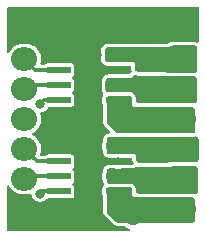
<source format=gbr>
%TF.GenerationSoftware,KiCad,Pcbnew,8.0.4*%
%TF.CreationDate,2024-09-16T17:08:10-03:00*%
%TF.ProjectId,PCBWay-Module_TB67H450FNG,50434257-6179-42d4-9d6f-64756c655f54,rev?*%
%TF.SameCoordinates,Original*%
%TF.FileFunction,Copper,L1,Top*%
%TF.FilePolarity,Positive*%
%FSLAX46Y46*%
G04 Gerber Fmt 4.6, Leading zero omitted, Abs format (unit mm)*
G04 Created by KiCad (PCBNEW 8.0.4) date 2024-09-16 17:08:10*
%MOMM*%
%LPD*%
G01*
G04 APERTURE LIST*
G04 Aperture macros list*
%AMRoundRect*
0 Rectangle with rounded corners*
0 $1 Rounding radius*
0 $2 $3 $4 $5 $6 $7 $8 $9 X,Y pos of 4 corners*
0 Add a 4 corners polygon primitive as box body*
4,1,4,$2,$3,$4,$5,$6,$7,$8,$9,$2,$3,0*
0 Add four circle primitives for the rounded corners*
1,1,$1+$1,$2,$3*
1,1,$1+$1,$4,$5*
1,1,$1+$1,$6,$7*
1,1,$1+$1,$8,$9*
0 Add four rect primitives between the rounded corners*
20,1,$1+$1,$2,$3,$4,$5,0*
20,1,$1+$1,$4,$5,$6,$7,0*
20,1,$1+$1,$6,$7,$8,$9,0*
20,1,$1+$1,$8,$9,$2,$3,0*%
G04 Aperture macros list end*
%TA.AperFunction,SMDPad,CuDef*%
%ADD10RoundRect,0.040600X-0.944400X-0.249400X0.944400X-0.249400X0.944400X0.249400X-0.944400X0.249400X0*%
%TD*%
%TA.AperFunction,SMDPad,CuDef*%
%ADD11R,2.285000X2.285000*%
%TD*%
%TA.AperFunction,SMDPad,CuDef*%
%ADD12RoundRect,0.250000X0.475000X-0.250000X0.475000X0.250000X-0.475000X0.250000X-0.475000X-0.250000X0*%
%TD*%
%TA.AperFunction,ComponentPad*%
%ADD13C,1.600000*%
%TD*%
%TA.AperFunction,ComponentPad*%
%ADD14R,2.200000X2.000000*%
%TD*%
%TA.AperFunction,ComponentPad*%
%ADD15O,2.200000X2.000000*%
%TD*%
%TA.AperFunction,ViaPad*%
%ADD16C,0.650000*%
%TD*%
%TA.AperFunction,ViaPad*%
%ADD17C,0.800000*%
%TD*%
%TA.AperFunction,Conductor*%
%ADD18C,0.304800*%
%TD*%
G04 APERTURE END LIST*
D10*
%TO.P,IC2,1,GND*%
%TO.N,GND*%
X108600000Y-106310000D03*
%TO.P,IC2,2,IN2*%
%TO.N,/IN_B2*%
X108600000Y-107580000D03*
%TO.P,IC2,3,IN1*%
%TO.N,/IN_B1*%
X108600000Y-108850000D03*
%TO.P,IC2,4,VREF*%
%TO.N,/VREF*%
X108600000Y-110120000D03*
%TO.P,IC2,5,VM*%
%TO.N,/VM*%
X113540000Y-110120000D03*
%TO.P,IC2,6,OUT1*%
%TO.N,/OUT_B1*%
X113540000Y-108850000D03*
%TO.P,IC2,7,RS*%
%TO.N,GND*%
X113540000Y-107580000D03*
%TO.P,IC2,8,OUT2*%
%TO.N,/OUT_B2*%
X113540000Y-106310000D03*
D11*
%TO.P,IC2,9,EP*%
%TO.N,GND*%
X111070000Y-108215000D03*
%TD*%
D12*
%TO.P,C2,1*%
%TO.N,/OUT_A1*%
X116600000Y-116550000D03*
%TO.P,C2,2*%
%TO.N,/OUT_A2*%
X116600000Y-114650000D03*
%TD*%
D13*
%TO.P,C3,1*%
%TO.N,/VM*%
X114850000Y-119950000D03*
%TO.P,C3,2*%
%TO.N,GND*%
X109850000Y-119950000D03*
%TD*%
D12*
%TO.P,C1,1*%
%TO.N,/OUT_B1*%
X116700000Y-108850000D03*
%TO.P,C1,2*%
%TO.N,/OUT_B2*%
X116700000Y-106950000D03*
%TD*%
D10*
%TO.P,IC1,1,GND*%
%TO.N,GND*%
X108600000Y-114050000D03*
%TO.P,IC1,2,IN2*%
%TO.N,/IN_A2*%
X108600000Y-115320000D03*
%TO.P,IC1,3,IN1*%
%TO.N,/IN_A1*%
X108600000Y-116590000D03*
%TO.P,IC1,4,VREF*%
%TO.N,/VREF*%
X108600000Y-117860000D03*
%TO.P,IC1,5,VM*%
%TO.N,/VM*%
X113540000Y-117860000D03*
%TO.P,IC1,6,OUT1*%
%TO.N,/OUT_A1*%
X113540000Y-116590000D03*
%TO.P,IC1,7,RS*%
%TO.N,GND*%
X113540000Y-115320000D03*
%TO.P,IC1,8,OUT2*%
%TO.N,/OUT_A2*%
X113540000Y-114050000D03*
D11*
%TO.P,IC1,9,EP*%
%TO.N,GND*%
X111070000Y-115955000D03*
%TD*%
D14*
%TO.P,J2,1,Pin_1*%
%TO.N,GND*%
X119040000Y-104110000D03*
D15*
%TO.P,J2,2,Pin_2*%
%TO.N,/OUT_B2*%
X119040000Y-106650000D03*
%TO.P,J2,3,Pin_3*%
%TO.N,/OUT_B1*%
X119040000Y-109190000D03*
%TO.P,J2,4,Pin_4*%
%TO.N,/VM*%
X119040000Y-111730000D03*
%TO.P,J2,5,Pin_5*%
%TO.N,/OUT_A2*%
X119040000Y-114270000D03*
%TO.P,J2,6,Pin_6*%
%TO.N,/OUT_A1*%
X119040000Y-116810000D03*
%TO.P,J2,7,Pin_7*%
%TO.N,/VM*%
X119040000Y-119350000D03*
%TD*%
D14*
%TO.P,J1,1,Pin_1*%
%TO.N,GND*%
X105650000Y-104110000D03*
D15*
%TO.P,J1,2,Pin_2*%
%TO.N,/IN_B2*%
X105650000Y-106650000D03*
%TO.P,J1,3,Pin_3*%
%TO.N,/IN_B1*%
X105650000Y-109190000D03*
%TO.P,J1,4,Pin_4*%
%TO.N,/VREF*%
X105650000Y-111730000D03*
%TO.P,J1,5,Pin_5*%
%TO.N,/IN_A2*%
X105650000Y-114270000D03*
%TO.P,J1,6,Pin_6*%
%TO.N,/IN_A1*%
X105650000Y-116810000D03*
%TO.P,J1,7,Pin_7*%
%TO.N,GND*%
X105650000Y-119350000D03*
%TD*%
D16*
%TO.N,/OUT_A2*%
X113540000Y-114060000D03*
X117000000Y-113750000D03*
X115750000Y-113750000D03*
%TO.N,/OUT_A1*%
X117100000Y-117500000D03*
X113540000Y-116590000D03*
X115850000Y-117500000D03*
%TO.N,/OUT_B1*%
X115800000Y-109850000D03*
X113540000Y-108850000D03*
X117050000Y-109850000D03*
%TO.N,/OUT_B2*%
X113540000Y-106310000D03*
X116950000Y-106100000D03*
X115700000Y-106100000D03*
%TO.N,GND*%
X109250000Y-103900000D03*
X115250000Y-103900000D03*
X110260000Y-108215000D03*
X110750000Y-104900000D03*
X107800000Y-119850000D03*
X115250000Y-104900000D03*
X111880000Y-107405000D03*
X110550000Y-113250000D03*
X111700000Y-118950000D03*
X109250000Y-102900000D03*
X110260000Y-116765000D03*
X111880000Y-109025000D03*
X111880000Y-116765000D03*
X107750000Y-104900000D03*
X111700000Y-119850000D03*
X111880000Y-108215000D03*
X111700000Y-120750000D03*
X111880000Y-117850000D03*
X113540000Y-115320000D03*
X107750000Y-103900000D03*
X111750000Y-112250000D03*
X108600000Y-114050000D03*
X110550000Y-111250000D03*
X109250000Y-104900000D03*
X113750000Y-104900000D03*
X107750000Y-102900000D03*
X112250000Y-102900000D03*
X112250000Y-103900000D03*
X112250000Y-104900000D03*
X109350000Y-112250000D03*
X111070000Y-106300000D03*
X111070000Y-115145000D03*
X110260000Y-115145000D03*
X110260000Y-115955000D03*
X111880000Y-110150000D03*
X110260000Y-107405000D03*
X111070000Y-107405000D03*
X111070000Y-117850000D03*
X111880000Y-115955000D03*
X108600000Y-106310000D03*
X111070000Y-114050000D03*
X116750000Y-103900000D03*
X110750000Y-102900000D03*
X110260000Y-106300000D03*
X111880000Y-115145000D03*
X111070000Y-116765000D03*
X111880000Y-106300000D03*
X110260000Y-109025000D03*
X113540000Y-107580000D03*
X111880000Y-114050000D03*
X116750000Y-102900000D03*
X110750000Y-103900000D03*
X115250000Y-102900000D03*
X113750000Y-103900000D03*
X110260000Y-117850000D03*
X113750000Y-102900000D03*
X110260000Y-114050000D03*
X108150000Y-111250000D03*
X107800000Y-118950000D03*
X107800000Y-120750000D03*
X111070000Y-108215000D03*
X111070000Y-109025000D03*
X110260000Y-110150000D03*
X116750000Y-104900000D03*
X111070000Y-115955000D03*
X109350000Y-111250000D03*
X109350000Y-113250000D03*
X111070000Y-110150000D03*
X110550000Y-112250000D03*
X108150000Y-113250000D03*
X108150000Y-112250000D03*
X111750000Y-111250000D03*
X111750000Y-113250000D03*
%TO.N,/VM*%
X117100000Y-112450000D03*
X117200000Y-118900000D03*
X114500000Y-111250000D03*
X117200000Y-120100000D03*
X114500000Y-112450000D03*
X113540000Y-110120000D03*
X113200000Y-111250000D03*
X113540000Y-117860000D03*
X113300000Y-118900000D03*
X115800000Y-112450000D03*
X117100000Y-111250000D03*
X115900000Y-118900000D03*
X115800000Y-111250000D03*
D17*
%TO.N,/VREF*%
X106950000Y-118050000D03*
X107000000Y-110450000D03*
%TD*%
D18*
%TO.N,/VREF*%
X107140000Y-117860000D02*
X106950000Y-118050000D01*
X108600000Y-117860000D02*
X107140000Y-117860000D01*
X107330000Y-110120000D02*
X108600000Y-110120000D01*
X107000000Y-110450000D02*
X107330000Y-110120000D01*
%TO.N,/IN_A2*%
X106700000Y-115320000D02*
X105650000Y-114270000D01*
X108600000Y-115320000D02*
X106700000Y-115320000D01*
%TO.N,/IN_A1*%
X105870000Y-116590000D02*
X105650000Y-116810000D01*
X108600000Y-116590000D02*
X105870000Y-116590000D01*
%TO.N,/IN_B2*%
X106580000Y-107580000D02*
X105650000Y-106650000D01*
X108600000Y-107580000D02*
X106580000Y-107580000D01*
%TO.N,/IN_B1*%
X105990000Y-108850000D02*
X105650000Y-109190000D01*
X108600000Y-108850000D02*
X105990000Y-108850000D01*
%TD*%
%TA.AperFunction,Conductor*%
%TO.N,/OUT_B2*%
G36*
X120146288Y-105518954D02*
G01*
X120227070Y-105572930D01*
X120281046Y-105653712D01*
X120300000Y-105749000D01*
X120300000Y-107546110D01*
X120281046Y-107641398D01*
X120227070Y-107722180D01*
X120162350Y-107768824D01*
X120153776Y-107773111D01*
X120060073Y-107798767D01*
X120039867Y-107799380D01*
X115335174Y-107750888D01*
X115240086Y-107730953D01*
X115181810Y-107696032D01*
X115093070Y-107624754D01*
X115030649Y-107550305D01*
X115001469Y-107457635D01*
X115000000Y-107430623D01*
X115000000Y-107000000D01*
X114850000Y-106900000D01*
X112703890Y-106900000D01*
X112608602Y-106881046D01*
X112527820Y-106827070D01*
X112481178Y-106762356D01*
X112468821Y-106737642D01*
X112443159Y-106643937D01*
X112455311Y-106547545D01*
X112458705Y-106538014D01*
X112491785Y-106450791D01*
X112510094Y-106300000D01*
X112491785Y-106149209D01*
X112450611Y-106040643D01*
X112434545Y-105944829D01*
X112434772Y-105939329D01*
X112437547Y-105886595D01*
X112461484Y-105792438D01*
X112519632Y-105714606D01*
X112603139Y-105664950D01*
X112686924Y-105650688D01*
X117734650Y-105665350D01*
X118159555Y-105514370D01*
X118242924Y-105500000D01*
X120051000Y-105500000D01*
X120146288Y-105518954D01*
G37*
%TD.AperFunction*%
%TD*%
%TA.AperFunction,Conductor*%
%TO.N,/VM*%
G36*
X114646288Y-109818954D02*
G01*
X114727070Y-109872930D01*
X114781046Y-109953712D01*
X114800000Y-110049000D01*
X114800000Y-110600000D01*
X114900000Y-110700000D01*
X119851000Y-110700000D01*
X119946288Y-110718954D01*
X120027070Y-110772930D01*
X120081046Y-110853712D01*
X120100000Y-110949000D01*
X120100000Y-112701000D01*
X120081046Y-112796288D01*
X120027070Y-112877070D01*
X119946288Y-112931046D01*
X119851000Y-112950000D01*
X113653140Y-112950000D01*
X113557852Y-112931046D01*
X113477070Y-112877070D01*
X112672930Y-112072930D01*
X112618954Y-111992148D01*
X112600000Y-111896860D01*
X112600000Y-110049000D01*
X112618954Y-109953712D01*
X112672930Y-109872930D01*
X112753712Y-109818954D01*
X112849000Y-109800000D01*
X114551000Y-109800000D01*
X114646288Y-109818954D01*
G37*
%TD.AperFunction*%
%TD*%
%TA.AperFunction,Conductor*%
%TO.N,GND*%
G36*
X120393039Y-102269685D02*
G01*
X120438794Y-102322489D01*
X120450000Y-102374000D01*
X120450000Y-105133872D01*
X120430315Y-105200911D01*
X120377511Y-105246666D01*
X120308353Y-105256610D01*
X120279873Y-105248973D01*
X120205889Y-105219324D01*
X120205883Y-105219322D01*
X120110598Y-105200369D01*
X120062738Y-105195656D01*
X120051000Y-105194500D01*
X118242924Y-105194500D01*
X118191031Y-105198940D01*
X118107662Y-105213310D01*
X118107660Y-105213310D01*
X118107651Y-105213312D01*
X118107650Y-105213312D01*
X118057272Y-105226501D01*
X117702734Y-105352477D01*
X117660857Y-105359633D01*
X112687814Y-105345188D01*
X112635663Y-105349519D01*
X112602588Y-105355149D01*
X112551874Y-105363782D01*
X112551871Y-105363782D01*
X112551871Y-105363783D01*
X112446997Y-105402366D01*
X112363520Y-105452004D01*
X112357469Y-105455698D01*
X112274892Y-105531760D01*
X112274885Y-105531768D01*
X112216754Y-105609577D01*
X112212587Y-105615292D01*
X112165402Y-105717167D01*
X112165398Y-105717177D01*
X112141469Y-105811307D01*
X112141465Y-105811324D01*
X112141463Y-105811336D01*
X112141462Y-105811342D01*
X112132469Y-105870531D01*
X112132469Y-105870538D01*
X112129693Y-105923290D01*
X112129526Y-105926848D01*
X112129304Y-105932225D01*
X112129305Y-105932238D01*
X112133249Y-105995330D01*
X112133250Y-105995344D01*
X112133250Y-105995349D01*
X112133251Y-105995350D01*
X112136807Y-106016560D01*
X112149319Y-106091175D01*
X112164959Y-106148960D01*
X112164962Y-106148970D01*
X112187644Y-106208778D01*
X112194797Y-106237802D01*
X112200534Y-106285053D01*
X112200534Y-106314945D01*
X112194797Y-106362195D01*
X112187644Y-106391217D01*
X112173063Y-106429665D01*
X112170898Y-106435556D01*
X112167514Y-106445055D01*
X112152209Y-106509336D01*
X112140060Y-106605701D01*
X112139256Y-106612738D01*
X112139256Y-106612747D01*
X112148507Y-106724624D01*
X112148509Y-106724635D01*
X112174169Y-106818331D01*
X112174172Y-106818342D01*
X112195569Y-106874257D01*
X112195571Y-106874261D01*
X112195573Y-106874266D01*
X112195574Y-106874266D01*
X112195574Y-106874267D01*
X112207931Y-106898983D01*
X112233340Y-106940981D01*
X112233341Y-106940982D01*
X112279983Y-107005696D01*
X112358095Y-107081085D01*
X112384097Y-107098459D01*
X112438843Y-107135039D01*
X112438877Y-107135061D01*
X112444788Y-107138912D01*
X112549002Y-107180676D01*
X112549004Y-107180676D01*
X112549006Y-107180677D01*
X112594499Y-107189726D01*
X112644290Y-107199630D01*
X112703890Y-107205500D01*
X114570500Y-107205500D01*
X114637539Y-107225185D01*
X114683294Y-107277989D01*
X114694500Y-107329500D01*
X114694500Y-107430626D01*
X114694951Y-107447212D01*
X114696419Y-107474213D01*
X114696420Y-107474224D01*
X114710074Y-107549393D01*
X114739256Y-107642069D01*
X114742604Y-107652286D01*
X114744770Y-107722122D01*
X114708835Y-107782043D01*
X114693657Y-107793995D01*
X114659321Y-107816936D01*
X114613020Y-107854934D01*
X114559776Y-107908180D01*
X114498453Y-107941666D01*
X114472094Y-107944500D01*
X112761999Y-107944500D01*
X112750437Y-107945638D01*
X112702411Y-107950368D01*
X112702408Y-107950368D01*
X112607031Y-107969339D01*
X112600208Y-107970778D01*
X112600207Y-107970779D01*
X112496981Y-108014940D01*
X112496974Y-108014944D01*
X112416237Y-108068892D01*
X112410379Y-108072905D01*
X112331919Y-108153200D01*
X112331912Y-108153208D01*
X112277947Y-108233973D01*
X112274084Y-108239902D01*
X112232323Y-108344110D01*
X112232321Y-108344116D01*
X112213368Y-108439400D01*
X112213368Y-108439402D01*
X112207499Y-108499001D01*
X112207499Y-109200997D01*
X112213369Y-109260597D01*
X112213369Y-109260599D01*
X112229008Y-109339219D01*
X112232324Y-109355888D01*
X112233780Y-109362791D01*
X112245760Y-109390794D01*
X112277938Y-109466012D01*
X112317791Y-109525656D01*
X112338668Y-109592333D01*
X112320183Y-109659713D01*
X112316268Y-109665663D01*
X112311877Y-109671933D01*
X112261039Y-109780956D01*
X112254501Y-109830620D01*
X112254500Y-109830637D01*
X112254500Y-110409370D01*
X112261039Y-110459041D01*
X112261041Y-110459048D01*
X112282882Y-110505885D01*
X112294500Y-110558290D01*
X112294500Y-111896857D01*
X112300369Y-111956457D01*
X112300369Y-111956459D01*
X112319322Y-112051740D01*
X112320779Y-112058648D01*
X112364939Y-112161872D01*
X112364939Y-112161874D01*
X112401169Y-112216096D01*
X112417609Y-112240701D01*
X112418918Y-112242659D01*
X112456913Y-112288956D01*
X112904562Y-112736605D01*
X112938047Y-112797928D01*
X112933063Y-112867620D01*
X112891191Y-112923553D01*
X112828906Y-112947701D01*
X112789400Y-112951550D01*
X112789390Y-112951551D01*
X112789385Y-112951552D01*
X112694102Y-112970505D01*
X112687211Y-112971959D01*
X112583987Y-113016118D01*
X112503152Y-113070130D01*
X112497382Y-113074082D01*
X112497378Y-113074085D01*
X112418913Y-113154386D01*
X112364921Y-113235193D01*
X112361090Y-113241074D01*
X112361087Y-113241080D01*
X112319324Y-113345290D01*
X112319322Y-113345296D01*
X112300369Y-113440580D01*
X112300369Y-113440582D01*
X112294500Y-113500182D01*
X112294500Y-113611709D01*
X112282882Y-113664114D01*
X112261041Y-113710951D01*
X112261039Y-113710959D01*
X112254501Y-113760620D01*
X112254500Y-113760637D01*
X112254500Y-114339370D01*
X112261039Y-114389041D01*
X112261041Y-114389048D01*
X112286777Y-114444238D01*
X112297798Y-114484486D01*
X112300371Y-114510609D01*
X112319322Y-114605880D01*
X112320779Y-114612788D01*
X112364939Y-114716012D01*
X112364938Y-114716012D01*
X112373951Y-114729501D01*
X112408161Y-114780701D01*
X112418950Y-114796847D01*
X112422902Y-114802617D01*
X112422905Y-114802621D01*
X112488893Y-114867100D01*
X112503205Y-114881085D01*
X112583987Y-114935061D01*
X112589898Y-114938912D01*
X112694112Y-114980676D01*
X112694114Y-114980676D01*
X112694116Y-114980677D01*
X112742400Y-114990281D01*
X112789400Y-114999630D01*
X112849000Y-115005500D01*
X112849002Y-115005500D01*
X113411493Y-115005500D01*
X113411504Y-115005500D01*
X113448333Y-115003272D01*
X113467834Y-115000903D01*
X113482781Y-115000000D01*
X113595005Y-115000000D01*
X113604201Y-115000342D01*
X113606018Y-115000477D01*
X113609978Y-115000772D01*
X113615655Y-115001326D01*
X113631669Y-115003272D01*
X113631680Y-115003272D01*
X113631683Y-115003273D01*
X113641960Y-115003894D01*
X113668498Y-115005500D01*
X114670500Y-115005500D01*
X114737539Y-115025185D01*
X114783294Y-115077989D01*
X114794130Y-115127803D01*
X114794413Y-115127793D01*
X114794472Y-115129371D01*
X114794500Y-115129500D01*
X114794500Y-115130111D01*
X114796080Y-115151230D01*
X114797900Y-115175567D01*
X114808928Y-115248851D01*
X114828917Y-115308727D01*
X114842207Y-115348534D01*
X114860429Y-115382284D01*
X114872851Y-115405290D01*
X114887380Y-115473633D01*
X114862654Y-115538981D01*
X114832638Y-115567299D01*
X114827102Y-115570998D01*
X114823212Y-115573597D01*
X114756538Y-115594480D01*
X114754315Y-115594500D01*
X114620446Y-115594500D01*
X114600464Y-115595154D01*
X114567966Y-115597284D01*
X114554714Y-115598589D01*
X114548088Y-115599242D01*
X114541788Y-115600071D01*
X114519826Y-115602961D01*
X114517352Y-115603286D01*
X114517349Y-115603287D01*
X114512401Y-115603938D01*
X114496218Y-115604999D01*
X113788178Y-115604999D01*
X113751358Y-115607226D01*
X113691772Y-115614462D01*
X113655479Y-115621113D01*
X113593473Y-115636397D01*
X113563798Y-115640000D01*
X113516202Y-115640000D01*
X113486527Y-115636397D01*
X113424519Y-115621113D01*
X113424521Y-115621113D01*
X113388227Y-115614462D01*
X113328641Y-115607226D01*
X113291821Y-115604999D01*
X113291815Y-115604999D01*
X112848996Y-115604999D01*
X112815883Y-115608260D01*
X112789389Y-115610870D01*
X112789383Y-115610871D01*
X112694126Y-115629820D01*
X112689539Y-115630787D01*
X112687209Y-115631279D01*
X112687207Y-115631280D01*
X112583987Y-115675437D01*
X112503152Y-115729449D01*
X112497382Y-115733401D01*
X112497378Y-115733404D01*
X112418913Y-115813705D01*
X112364921Y-115894512D01*
X112361090Y-115900393D01*
X112361087Y-115900399D01*
X112319324Y-116004609D01*
X112319322Y-116004615D01*
X112300369Y-116099899D01*
X112300369Y-116099901D01*
X112294202Y-116162527D01*
X112293346Y-116162442D01*
X112283143Y-116203553D01*
X112261041Y-116250951D01*
X112261039Y-116250959D01*
X112254501Y-116300620D01*
X112254500Y-116300637D01*
X112254500Y-116879370D01*
X112261039Y-116929041D01*
X112261042Y-116929051D01*
X112296926Y-117006005D01*
X112306161Y-117034217D01*
X112319325Y-117100396D01*
X112320779Y-117107288D01*
X112320780Y-117107291D01*
X112352099Y-117180500D01*
X112364939Y-117210512D01*
X112364938Y-117210512D01*
X112367827Y-117214835D01*
X112388704Y-117281512D01*
X112370219Y-117348892D01*
X112352406Y-117371405D01*
X112311877Y-117411934D01*
X112261039Y-117520956D01*
X112254501Y-117570620D01*
X112254500Y-117570637D01*
X112254500Y-118149370D01*
X112261039Y-118199041D01*
X112261041Y-118199048D01*
X112282882Y-118245885D01*
X112294500Y-118298290D01*
X112294500Y-119496857D01*
X112300369Y-119556457D01*
X112300369Y-119556459D01*
X112319322Y-119651740D01*
X112319911Y-119654534D01*
X112320780Y-119658651D01*
X112322938Y-119663696D01*
X112364939Y-119761872D01*
X112364939Y-119761874D01*
X112418918Y-119842659D01*
X112456913Y-119888956D01*
X113211043Y-120643086D01*
X113211048Y-120643090D01*
X113211049Y-120643091D01*
X113230650Y-120659177D01*
X113252485Y-120677097D01*
X113257345Y-120681085D01*
X113338127Y-120735061D01*
X113344038Y-120738912D01*
X113448252Y-120780676D01*
X113448254Y-120780676D01*
X113448256Y-120780677D01*
X113496540Y-120790281D01*
X113543540Y-120799630D01*
X113603140Y-120805500D01*
X114107332Y-120805500D01*
X114174371Y-120825185D01*
X114182062Y-120830548D01*
X114183955Y-120831977D01*
X114183959Y-120831981D01*
X114357363Y-120939348D01*
X114540701Y-121010373D01*
X114596102Y-121052946D01*
X114619693Y-121118713D01*
X114603982Y-121186793D01*
X114553958Y-121235572D01*
X114495907Y-121250000D01*
X104274000Y-121250000D01*
X104206961Y-121230315D01*
X104161206Y-121177511D01*
X104150000Y-121126000D01*
X104150000Y-117443439D01*
X104169685Y-117376400D01*
X104222489Y-117330645D01*
X104291647Y-117320701D01*
X104355203Y-117349726D01*
X104384484Y-117387143D01*
X104413169Y-117443439D01*
X104437715Y-117491614D01*
X104558028Y-117657213D01*
X104702786Y-117801971D01*
X104857749Y-117914556D01*
X104868390Y-117922287D01*
X104984607Y-117981503D01*
X105050776Y-118015218D01*
X105050778Y-118015218D01*
X105050781Y-118015220D01*
X105155137Y-118049127D01*
X105245465Y-118078477D01*
X105346557Y-118094488D01*
X105447648Y-118110500D01*
X105447649Y-118110500D01*
X105852351Y-118110500D01*
X105852352Y-118110500D01*
X106054534Y-118078477D01*
X106097221Y-118064606D01*
X106167059Y-118062612D01*
X106226892Y-118098692D01*
X106257721Y-118161392D01*
X106258633Y-118167591D01*
X106264859Y-118218868D01*
X106264860Y-118218874D01*
X106325182Y-118377931D01*
X106370864Y-118444112D01*
X106421817Y-118517929D01*
X106513328Y-118599000D01*
X106549150Y-118630736D01*
X106699773Y-118709789D01*
X106699775Y-118709790D01*
X106864944Y-118750500D01*
X107035056Y-118750500D01*
X107200225Y-118709790D01*
X107279692Y-118668081D01*
X107350849Y-118630736D01*
X107350850Y-118630734D01*
X107350852Y-118630734D01*
X107478183Y-118517929D01*
X107489230Y-118501923D01*
X107543512Y-118457934D01*
X107607466Y-118449425D01*
X107615631Y-118450500D01*
X109584368Y-118450499D01*
X109584370Y-118450499D01*
X109600927Y-118448319D01*
X109634045Y-118443960D01*
X109743065Y-118393123D01*
X109828123Y-118308065D01*
X109878960Y-118199045D01*
X109885500Y-118149369D01*
X109885499Y-117570632D01*
X109885497Y-117570620D01*
X109878960Y-117520958D01*
X109878960Y-117520955D01*
X109828123Y-117411935D01*
X109743065Y-117326877D01*
X109743062Y-117326875D01*
X109742634Y-117326576D01*
X109742116Y-117325928D01*
X109735394Y-117319206D01*
X109736143Y-117318456D01*
X109699008Y-117272000D01*
X109691814Y-117202502D01*
X109723336Y-117140146D01*
X109742634Y-117123424D01*
X109743058Y-117123126D01*
X109743065Y-117123123D01*
X109828123Y-117038065D01*
X109878960Y-116929045D01*
X109885500Y-116879369D01*
X109885499Y-116300632D01*
X109885497Y-116300620D01*
X109882229Y-116275793D01*
X109878960Y-116250955D01*
X109828123Y-116141935D01*
X109743065Y-116056877D01*
X109743062Y-116056875D01*
X109742634Y-116056576D01*
X109742116Y-116055928D01*
X109735394Y-116049206D01*
X109736143Y-116048456D01*
X109699008Y-116002000D01*
X109691814Y-115932502D01*
X109723336Y-115870146D01*
X109742634Y-115853424D01*
X109743058Y-115853126D01*
X109743065Y-115853123D01*
X109828123Y-115768065D01*
X109878960Y-115659045D01*
X109885500Y-115609369D01*
X109885499Y-115030632D01*
X109878960Y-114980955D01*
X109828123Y-114871935D01*
X109743065Y-114786877D01*
X109634045Y-114736040D01*
X109634043Y-114736039D01*
X109584379Y-114729501D01*
X109584374Y-114729500D01*
X109584369Y-114729500D01*
X109584362Y-114729500D01*
X107615629Y-114729500D01*
X107565958Y-114736039D01*
X107565951Y-114736041D01*
X107456934Y-114786877D01*
X107413031Y-114830781D01*
X107351708Y-114864266D01*
X107325350Y-114867100D01*
X107094088Y-114867100D01*
X107027049Y-114847415D01*
X106981294Y-114794611D01*
X106971350Y-114725453D01*
X106976157Y-114704781D01*
X107006047Y-114612791D01*
X107018477Y-114574534D01*
X107050500Y-114372352D01*
X107050500Y-114167648D01*
X107018477Y-113965466D01*
X106955220Y-113770781D01*
X106955218Y-113770778D01*
X106955218Y-113770776D01*
X106915515Y-113692855D01*
X106862287Y-113588390D01*
X106798201Y-113500182D01*
X106741971Y-113422786D01*
X106597213Y-113278028D01*
X106431614Y-113157715D01*
X106425006Y-113154348D01*
X106338917Y-113110483D01*
X106288123Y-113062511D01*
X106271328Y-112994690D01*
X106293865Y-112928555D01*
X106338917Y-112889516D01*
X106431610Y-112842287D01*
X106452770Y-112826913D01*
X106597213Y-112721971D01*
X106597215Y-112721968D01*
X106597219Y-112721966D01*
X106741966Y-112577219D01*
X106741968Y-112577215D01*
X106741971Y-112577213D01*
X106794732Y-112504590D01*
X106862287Y-112411610D01*
X106955220Y-112229219D01*
X107018477Y-112034534D01*
X107050500Y-111832352D01*
X107050500Y-111627648D01*
X107018477Y-111425466D01*
X106981599Y-111311970D01*
X106979605Y-111242131D01*
X107015685Y-111182298D01*
X107078385Y-111151469D01*
X107084589Y-111150557D01*
X107085052Y-111150500D01*
X107085056Y-111150500D01*
X107250225Y-111109790D01*
X107367212Y-111048390D01*
X107400849Y-111030736D01*
X107400850Y-111030734D01*
X107400852Y-111030734D01*
X107528183Y-110917929D01*
X107624818Y-110777930D01*
X107624819Y-110777926D01*
X107625371Y-110776876D01*
X107625980Y-110776246D01*
X107629079Y-110771757D01*
X107629825Y-110772272D01*
X107673955Y-110726662D01*
X107735169Y-110710499D01*
X109584370Y-110710499D01*
X109600927Y-110708319D01*
X109634045Y-110703960D01*
X109743065Y-110653123D01*
X109828123Y-110568065D01*
X109878960Y-110459045D01*
X109885500Y-110409369D01*
X109885499Y-109830632D01*
X109885497Y-109830620D01*
X109878960Y-109780958D01*
X109878960Y-109780955D01*
X109828123Y-109671935D01*
X109743065Y-109586877D01*
X109743062Y-109586875D01*
X109742634Y-109586576D01*
X109742116Y-109585928D01*
X109735394Y-109579206D01*
X109736143Y-109578456D01*
X109699008Y-109532000D01*
X109691814Y-109462502D01*
X109723336Y-109400146D01*
X109742634Y-109383424D01*
X109743058Y-109383126D01*
X109743065Y-109383123D01*
X109828123Y-109298065D01*
X109878960Y-109189045D01*
X109885500Y-109139369D01*
X109885499Y-108560632D01*
X109878960Y-108510955D01*
X109828123Y-108401935D01*
X109743065Y-108316877D01*
X109743062Y-108316875D01*
X109742634Y-108316576D01*
X109742116Y-108315928D01*
X109735394Y-108309206D01*
X109736143Y-108308456D01*
X109699008Y-108262000D01*
X109691814Y-108192502D01*
X109723336Y-108130146D01*
X109742634Y-108113424D01*
X109743058Y-108113126D01*
X109743065Y-108113123D01*
X109828123Y-108028065D01*
X109878960Y-107919045D01*
X109885500Y-107869369D01*
X109885499Y-107290632D01*
X109878960Y-107240955D01*
X109828123Y-107131935D01*
X109743065Y-107046877D01*
X109634045Y-106996040D01*
X109634043Y-106996039D01*
X109584379Y-106989501D01*
X109584374Y-106989500D01*
X109584369Y-106989500D01*
X109584362Y-106989500D01*
X107615629Y-106989500D01*
X107565958Y-106996039D01*
X107565951Y-106996041D01*
X107456934Y-107046877D01*
X107413031Y-107090781D01*
X107351708Y-107124266D01*
X107325350Y-107127100D01*
X107133079Y-107127100D01*
X107066040Y-107107415D01*
X107020285Y-107054611D01*
X107010341Y-106985453D01*
X107015148Y-106964783D01*
X107018475Y-106954542D01*
X107018475Y-106954538D01*
X107018477Y-106954534D01*
X107050500Y-106752352D01*
X107050500Y-106547648D01*
X107018477Y-106345466D01*
X106955220Y-106150781D01*
X106955218Y-106150778D01*
X106955218Y-106150776D01*
X106915515Y-106072855D01*
X106862287Y-105968390D01*
X106832020Y-105926731D01*
X106741971Y-105802786D01*
X106597213Y-105658028D01*
X106431613Y-105537715D01*
X106431612Y-105537714D01*
X106431610Y-105537713D01*
X106374653Y-105508691D01*
X106249223Y-105444781D01*
X106054534Y-105381522D01*
X105879995Y-105353878D01*
X105852352Y-105349500D01*
X105447648Y-105349500D01*
X105428852Y-105352477D01*
X105245465Y-105381522D01*
X105050776Y-105444781D01*
X104868386Y-105537715D01*
X104702786Y-105658028D01*
X104558028Y-105802786D01*
X104437715Y-105968386D01*
X104384485Y-106072855D01*
X104336510Y-106123651D01*
X104268689Y-106140446D01*
X104202554Y-106117908D01*
X104159103Y-106063193D01*
X104150000Y-106016560D01*
X104150000Y-102374000D01*
X104169685Y-102306961D01*
X104222489Y-102261206D01*
X104274000Y-102250000D01*
X120326000Y-102250000D01*
X120393039Y-102269685D01*
G37*
%TD.AperFunction*%
%TD*%
%TA.AperFunction,Conductor*%
%TO.N,/OUT_A1*%
G36*
X120175243Y-115727053D02*
G01*
X120256638Y-115780099D01*
X120311466Y-115860089D01*
X120329866Y-115903021D01*
X120349981Y-115998070D01*
X120350000Y-116001109D01*
X120350000Y-117839189D01*
X120331046Y-117934477D01*
X120277070Y-118015259D01*
X120196288Y-118069235D01*
X120101000Y-118088189D01*
X120017094Y-118072003D01*
X120016917Y-118072600D01*
X120010868Y-118070803D01*
X120008385Y-118070324D01*
X120005889Y-118069324D01*
X119910595Y-118050369D01*
X119851003Y-118044500D01*
X119851000Y-118044500D01*
X115354500Y-118044500D01*
X115259212Y-118025546D01*
X115178430Y-117971570D01*
X115124454Y-117890788D01*
X115105500Y-117795500D01*
X115105500Y-117749003D01*
X115105500Y-117749000D01*
X115099630Y-117689400D01*
X115080676Y-117594112D01*
X115079220Y-117587209D01*
X115070068Y-117565815D01*
X115050017Y-117470751D01*
X115050000Y-117467881D01*
X115050000Y-117450001D01*
X115050000Y-117450000D01*
X114850000Y-117250000D01*
X114849999Y-117250000D01*
X114830471Y-117250000D01*
X114737846Y-117232131D01*
X114705886Y-117219323D01*
X114610595Y-117200369D01*
X114551003Y-117194500D01*
X114551000Y-117194500D01*
X112849000Y-117194500D01*
X112753712Y-117175546D01*
X112672930Y-117121570D01*
X112618954Y-117040788D01*
X112600000Y-116945500D01*
X112600000Y-116159499D01*
X112618954Y-116064211D01*
X112672930Y-115983429D01*
X112753712Y-115929453D01*
X112848996Y-115910499D01*
X113291815Y-115910499D01*
X113351406Y-115917735D01*
X113464051Y-115945500D01*
X113464055Y-115945500D01*
X113615945Y-115945500D01*
X113615949Y-115945500D01*
X113728594Y-115917735D01*
X113788185Y-115910499D01*
X114524366Y-115910499D01*
X114524368Y-115910499D01*
X114557222Y-115906174D01*
X114587950Y-115902130D01*
X114620446Y-115900000D01*
X114899999Y-115900000D01*
X114900000Y-115900000D01*
X114931005Y-115868994D01*
X115011783Y-115815020D01*
X115097498Y-115796250D01*
X116202052Y-115753767D01*
X116208624Y-115753602D01*
X120079746Y-115709193D01*
X120175243Y-115727053D01*
G37*
%TD.AperFunction*%
%TD*%
%TA.AperFunction,Conductor*%
%TO.N,/VM*%
G36*
X114646288Y-117518954D02*
G01*
X114727070Y-117572930D01*
X114781046Y-117653712D01*
X114800000Y-117749000D01*
X114800000Y-118200000D01*
X114950000Y-118350000D01*
X119851000Y-118350000D01*
X119946288Y-118368954D01*
X120027070Y-118422930D01*
X120081046Y-118503712D01*
X120100000Y-118599000D01*
X120100000Y-120251000D01*
X120081046Y-120346288D01*
X120027070Y-120427070D01*
X119946288Y-120481046D01*
X119851000Y-120500000D01*
X113603140Y-120500000D01*
X113507852Y-120481046D01*
X113427070Y-120427070D01*
X112672930Y-119672930D01*
X112618954Y-119592148D01*
X112600000Y-119496860D01*
X112600000Y-117749000D01*
X112618954Y-117653712D01*
X112672930Y-117572930D01*
X112753712Y-117518954D01*
X112849000Y-117500000D01*
X114551000Y-117500000D01*
X114646288Y-117518954D01*
G37*
%TD.AperFunction*%
%TD*%
%TA.AperFunction,Conductor*%
%TO.N,/OUT_A2*%
G36*
X120246288Y-113218954D02*
G01*
X120327070Y-113272930D01*
X120381046Y-113353712D01*
X120400000Y-113449000D01*
X120400000Y-115153839D01*
X120381046Y-115249127D01*
X120327070Y-115329909D01*
X120246288Y-115383885D01*
X120153856Y-115402823D01*
X115416481Y-115457170D01*
X115320982Y-115439310D01*
X115239587Y-115386264D01*
X115221810Y-115366957D01*
X115157185Y-115288882D01*
X115111027Y-115203392D01*
X115100000Y-115130111D01*
X115100000Y-114800001D01*
X115100000Y-114800000D01*
X115000000Y-114700000D01*
X114999999Y-114700000D01*
X113668498Y-114700000D01*
X113631006Y-114695447D01*
X113630901Y-114696316D01*
X113615952Y-114694500D01*
X113615949Y-114694500D01*
X113464051Y-114694500D01*
X113464049Y-114694500D01*
X113449102Y-114696315D01*
X113448996Y-114695447D01*
X113411504Y-114700000D01*
X112849000Y-114700000D01*
X112753712Y-114681046D01*
X112672930Y-114627070D01*
X112618954Y-114546288D01*
X112600000Y-114451000D01*
X112600000Y-113500180D01*
X112618954Y-113404892D01*
X112672930Y-113324110D01*
X112753712Y-113270134D01*
X112849000Y-113251180D01*
X112849943Y-113251182D01*
X113635977Y-113254900D01*
X113647000Y-113255839D01*
X113647032Y-113255199D01*
X113653133Y-113255499D01*
X113653140Y-113255500D01*
X113653147Y-113255500D01*
X113762079Y-113255500D01*
X113763257Y-113255503D01*
X117884650Y-113275000D01*
X117884650Y-113274999D01*
X117884651Y-113275000D01*
X117942189Y-113266626D01*
X118000804Y-113258095D01*
X118036663Y-113255500D01*
X119850997Y-113255500D01*
X119851000Y-113255500D01*
X119910600Y-113249630D01*
X120005888Y-113230676D01*
X120012791Y-113229220D01*
X120034182Y-113220069D01*
X120129245Y-113200017D01*
X120132118Y-113200000D01*
X120151000Y-113200000D01*
X120246288Y-113218954D01*
G37*
%TD.AperFunction*%
%TD*%
%TA.AperFunction,Conductor*%
%TO.N,/OUT_B1*%
G36*
X115137601Y-108014366D02*
G01*
X115177401Y-108029953D01*
X115177404Y-108029953D01*
X115177405Y-108029954D01*
X115198085Y-108034289D01*
X115272489Y-108049888D01*
X115332025Y-108056372D01*
X120003567Y-108104522D01*
X120098654Y-108124457D01*
X120178875Y-108179263D01*
X120232016Y-108260597D01*
X120250000Y-108353509D01*
X120250000Y-110146860D01*
X120231046Y-110242148D01*
X120177070Y-110322930D01*
X120162379Y-110337621D01*
X120081597Y-110391597D01*
X119986309Y-110410551D01*
X119937734Y-110405767D01*
X119910597Y-110400369D01*
X119851003Y-110394500D01*
X119851000Y-110394500D01*
X115354500Y-110394500D01*
X115259212Y-110375546D01*
X115178430Y-110321570D01*
X115124454Y-110240788D01*
X115105500Y-110145500D01*
X115105500Y-110049003D01*
X115105500Y-110049000D01*
X115099630Y-109989400D01*
X115080676Y-109894112D01*
X115079220Y-109887209D01*
X115035061Y-109783987D01*
X114981085Y-109703205D01*
X114977095Y-109697380D01*
X114977092Y-109697377D01*
X114972876Y-109691222D01*
X114951172Y-109651173D01*
X114950000Y-109650001D01*
X114950000Y-109650000D01*
X114750000Y-109450000D01*
X114749999Y-109450000D01*
X112762000Y-109450000D01*
X112666712Y-109431046D01*
X112585930Y-109377070D01*
X112531954Y-109296288D01*
X112513000Y-109201000D01*
X112512999Y-108499000D01*
X112531953Y-108403712D01*
X112585929Y-108322931D01*
X112666710Y-108268954D01*
X112761999Y-108250000D01*
X114649999Y-108250000D01*
X114650000Y-108250000D01*
X114829048Y-108070951D01*
X114909827Y-108016978D01*
X115000322Y-107998070D01*
X115042021Y-107997268D01*
X115137601Y-108014366D01*
G37*
%TD.AperFunction*%
%TD*%
M02*

</source>
